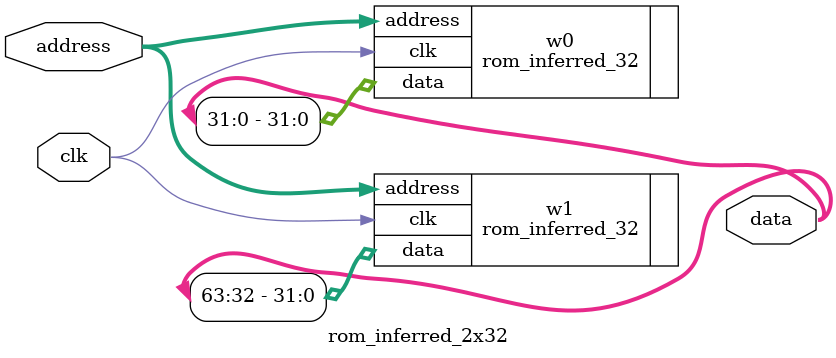
<source format=sv>
`timescale 1ns/10ps

module rom_inferred_2x32
#(
    parameter abits = 12,
    parameter filename = ""  // without '.hex' extension
)
(
    input clk,
    input logic [abits-1: 0] address,
    output logic [63 : 0] data
);

localparam hexfile_lo = {filename, "_lo.hex"};
localparam hexfile_hi = {filename, "_hi.hex"};

rom_inferred_32
#(
    .abits(abits),
    .hex_filename(hexfile_lo)
) w0 (
    .clk(clk),
    .address(address),
    .data(data[31:0])
);


rom_inferred_32
#(
    .abits(abits),
    .hex_filename(hexfile_hi)
) w1 (
    .clk(clk),
    .address(address),
    .data(data[63:32])
);

endmodule: rom_inferred_2x32

</source>
